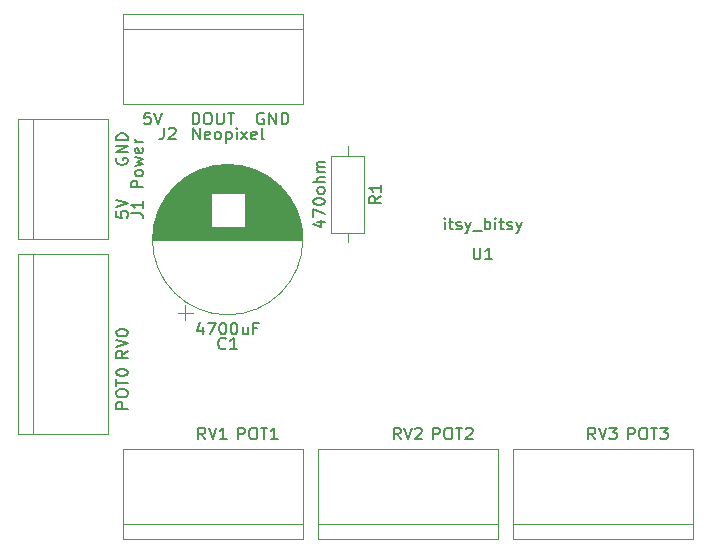
<source format=gbr>
G04 #@! TF.GenerationSoftware,KiCad,Pcbnew,(5.1.9)-1*
G04 #@! TF.CreationDate,2021-02-19T15:38:56-08:00*
G04 #@! TF.ProjectId,desklamp,6465736b-6c61-46d7-902e-6b696361645f,rev?*
G04 #@! TF.SameCoordinates,Original*
G04 #@! TF.FileFunction,Legend,Top*
G04 #@! TF.FilePolarity,Positive*
%FSLAX46Y46*%
G04 Gerber Fmt 4.6, Leading zero omitted, Abs format (unit mm)*
G04 Created by KiCad (PCBNEW (5.1.9)-1) date 2021-02-19 15:38:56*
%MOMM*%
%LPD*%
G01*
G04 APERTURE LIST*
%ADD10C,0.120000*%
%ADD11C,0.150000*%
G04 APERTURE END LIST*
D10*
X151130000Y-78740000D02*
X151130000Y-88900000D01*
X158750000Y-78740000D02*
X151130000Y-78740000D01*
X158750000Y-88900000D02*
X158750000Y-78740000D01*
X151130000Y-88900000D02*
X158750000Y-88900000D01*
X152400000Y-88900000D02*
X152400000Y-78740000D01*
X164710000Y-95132082D02*
X165960000Y-95132082D01*
X165335000Y-95757082D02*
X165335000Y-94507082D01*
X168593000Y-82579000D02*
X169227000Y-82579000D01*
X168153000Y-82619000D02*
X169667000Y-82619000D01*
X167882000Y-82659000D02*
X169938000Y-82659000D01*
X167669000Y-82699000D02*
X170151000Y-82699000D01*
X167488000Y-82739000D02*
X170332000Y-82739000D01*
X167327000Y-82779000D02*
X170493000Y-82779000D01*
X167182000Y-82819000D02*
X170638000Y-82819000D01*
X167049000Y-82859000D02*
X170771000Y-82859000D01*
X166926000Y-82899000D02*
X170894000Y-82899000D01*
X166810000Y-82939000D02*
X171010000Y-82939000D01*
X166701000Y-82979000D02*
X171119000Y-82979000D01*
X166598000Y-83019000D02*
X171222000Y-83019000D01*
X166500000Y-83059000D02*
X171320000Y-83059000D01*
X166406000Y-83099000D02*
X171414000Y-83099000D01*
X166316000Y-83139000D02*
X171504000Y-83139000D01*
X166229000Y-83179000D02*
X171591000Y-83179000D01*
X166146000Y-83219000D02*
X171674000Y-83219000D01*
X166066000Y-83259000D02*
X171754000Y-83259000D01*
X165989000Y-83299000D02*
X171831000Y-83299000D01*
X165914000Y-83339000D02*
X171906000Y-83339000D01*
X165841000Y-83379000D02*
X171979000Y-83379000D01*
X165770000Y-83419000D02*
X172050000Y-83419000D01*
X165702000Y-83459000D02*
X172118000Y-83459000D01*
X165635000Y-83499000D02*
X172185000Y-83499000D01*
X165571000Y-83539000D02*
X172249000Y-83539000D01*
X165508000Y-83579000D02*
X172312000Y-83579000D01*
X165446000Y-83619000D02*
X172374000Y-83619000D01*
X165386000Y-83659000D02*
X172434000Y-83659000D01*
X165327000Y-83699000D02*
X172493000Y-83699000D01*
X165270000Y-83739000D02*
X172550000Y-83739000D01*
X165214000Y-83779000D02*
X172606000Y-83779000D01*
X165160000Y-83819000D02*
X172660000Y-83819000D01*
X165106000Y-83859000D02*
X172714000Y-83859000D01*
X165054000Y-83899000D02*
X172766000Y-83899000D01*
X165003000Y-83939000D02*
X172817000Y-83939000D01*
X164953000Y-83979000D02*
X172867000Y-83979000D01*
X164903000Y-84019000D02*
X172917000Y-84019000D01*
X164855000Y-84059000D02*
X172965000Y-84059000D01*
X164808000Y-84099000D02*
X173012000Y-84099000D01*
X164762000Y-84139000D02*
X173058000Y-84139000D01*
X164716000Y-84179000D02*
X173104000Y-84179000D01*
X164672000Y-84219000D02*
X173148000Y-84219000D01*
X164628000Y-84259000D02*
X173192000Y-84259000D01*
X164585000Y-84299000D02*
X173235000Y-84299000D01*
X164543000Y-84339000D02*
X173277000Y-84339000D01*
X164502000Y-84379000D02*
X173318000Y-84379000D01*
X164461000Y-84419000D02*
X173359000Y-84419000D01*
X164421000Y-84459000D02*
X173399000Y-84459000D01*
X164382000Y-84499000D02*
X173438000Y-84499000D01*
X164343000Y-84539000D02*
X173477000Y-84539000D01*
X164305000Y-84579000D02*
X173515000Y-84579000D01*
X164268000Y-84619000D02*
X173552000Y-84619000D01*
X164232000Y-84659000D02*
X173588000Y-84659000D01*
X164196000Y-84699000D02*
X173624000Y-84699000D01*
X164160000Y-84739000D02*
X173660000Y-84739000D01*
X164125000Y-84779000D02*
X173695000Y-84779000D01*
X164091000Y-84819000D02*
X173729000Y-84819000D01*
X164058000Y-84859000D02*
X173762000Y-84859000D01*
X164025000Y-84899000D02*
X173795000Y-84899000D01*
X163992000Y-84939000D02*
X173828000Y-84939000D01*
X163960000Y-84979000D02*
X173860000Y-84979000D01*
X170350000Y-85019000D02*
X173892000Y-85019000D01*
X163928000Y-85019000D02*
X167470000Y-85019000D01*
X170350000Y-85059000D02*
X173922000Y-85059000D01*
X163898000Y-85059000D02*
X167470000Y-85059000D01*
X170350000Y-85099000D02*
X173953000Y-85099000D01*
X163867000Y-85099000D02*
X167470000Y-85099000D01*
X170350000Y-85139000D02*
X173983000Y-85139000D01*
X163837000Y-85139000D02*
X167470000Y-85139000D01*
X170350000Y-85179000D02*
X174012000Y-85179000D01*
X163808000Y-85179000D02*
X167470000Y-85179000D01*
X170350000Y-85219000D02*
X174041000Y-85219000D01*
X163779000Y-85219000D02*
X167470000Y-85219000D01*
X170350000Y-85259000D02*
X174070000Y-85259000D01*
X163750000Y-85259000D02*
X167470000Y-85259000D01*
X170350000Y-85299000D02*
X174098000Y-85299000D01*
X163722000Y-85299000D02*
X167470000Y-85299000D01*
X170350000Y-85339000D02*
X174126000Y-85339000D01*
X163694000Y-85339000D02*
X167470000Y-85339000D01*
X170350000Y-85379000D02*
X174153000Y-85379000D01*
X163667000Y-85379000D02*
X167470000Y-85379000D01*
X170350000Y-85419000D02*
X174180000Y-85419000D01*
X163640000Y-85419000D02*
X167470000Y-85419000D01*
X170350000Y-85459000D02*
X174206000Y-85459000D01*
X163614000Y-85459000D02*
X167470000Y-85459000D01*
X170350000Y-85499000D02*
X174232000Y-85499000D01*
X163588000Y-85499000D02*
X167470000Y-85499000D01*
X170350000Y-85539000D02*
X174257000Y-85539000D01*
X163563000Y-85539000D02*
X167470000Y-85539000D01*
X170350000Y-85579000D02*
X174282000Y-85579000D01*
X163538000Y-85579000D02*
X167470000Y-85579000D01*
X170350000Y-85619000D02*
X174307000Y-85619000D01*
X163513000Y-85619000D02*
X167470000Y-85619000D01*
X170350000Y-85659000D02*
X174331000Y-85659000D01*
X163489000Y-85659000D02*
X167470000Y-85659000D01*
X170350000Y-85699000D02*
X174355000Y-85699000D01*
X163465000Y-85699000D02*
X167470000Y-85699000D01*
X170350000Y-85739000D02*
X174378000Y-85739000D01*
X163442000Y-85739000D02*
X167470000Y-85739000D01*
X170350000Y-85779000D02*
X174401000Y-85779000D01*
X163419000Y-85779000D02*
X167470000Y-85779000D01*
X170350000Y-85819000D02*
X174424000Y-85819000D01*
X163396000Y-85819000D02*
X167470000Y-85819000D01*
X170350000Y-85859000D02*
X174446000Y-85859000D01*
X163374000Y-85859000D02*
X167470000Y-85859000D01*
X170350000Y-85899000D02*
X174468000Y-85899000D01*
X163352000Y-85899000D02*
X167470000Y-85899000D01*
X170350000Y-85939000D02*
X174490000Y-85939000D01*
X163330000Y-85939000D02*
X167470000Y-85939000D01*
X170350000Y-85979000D02*
X174511000Y-85979000D01*
X163309000Y-85979000D02*
X167470000Y-85979000D01*
X170350000Y-86019000D02*
X174532000Y-86019000D01*
X163288000Y-86019000D02*
X167470000Y-86019000D01*
X170350000Y-86059000D02*
X174552000Y-86059000D01*
X163268000Y-86059000D02*
X167470000Y-86059000D01*
X170350000Y-86099000D02*
X174572000Y-86099000D01*
X163248000Y-86099000D02*
X167470000Y-86099000D01*
X170350000Y-86139000D02*
X174592000Y-86139000D01*
X163228000Y-86139000D02*
X167470000Y-86139000D01*
X170350000Y-86179000D02*
X174612000Y-86179000D01*
X163208000Y-86179000D02*
X167470000Y-86179000D01*
X170350000Y-86219000D02*
X174631000Y-86219000D01*
X163189000Y-86219000D02*
X167470000Y-86219000D01*
X170350000Y-86259000D02*
X174649000Y-86259000D01*
X163171000Y-86259000D02*
X167470000Y-86259000D01*
X170350000Y-86299000D02*
X174668000Y-86299000D01*
X163152000Y-86299000D02*
X167470000Y-86299000D01*
X170350000Y-86339000D02*
X174686000Y-86339000D01*
X163134000Y-86339000D02*
X167470000Y-86339000D01*
X170350000Y-86379000D02*
X174703000Y-86379000D01*
X163117000Y-86379000D02*
X167470000Y-86379000D01*
X170350000Y-86419000D02*
X174721000Y-86419000D01*
X163099000Y-86419000D02*
X167470000Y-86419000D01*
X170350000Y-86459000D02*
X174738000Y-86459000D01*
X163082000Y-86459000D02*
X167470000Y-86459000D01*
X170350000Y-86499000D02*
X174755000Y-86499000D01*
X163065000Y-86499000D02*
X167470000Y-86499000D01*
X170350000Y-86539000D02*
X174771000Y-86539000D01*
X163049000Y-86539000D02*
X167470000Y-86539000D01*
X170350000Y-86579000D02*
X174787000Y-86579000D01*
X163033000Y-86579000D02*
X167470000Y-86579000D01*
X170350000Y-86619000D02*
X174803000Y-86619000D01*
X163017000Y-86619000D02*
X167470000Y-86619000D01*
X170350000Y-86659000D02*
X174818000Y-86659000D01*
X163002000Y-86659000D02*
X167470000Y-86659000D01*
X170350000Y-86699000D02*
X174834000Y-86699000D01*
X162986000Y-86699000D02*
X167470000Y-86699000D01*
X170350000Y-86739000D02*
X174849000Y-86739000D01*
X162971000Y-86739000D02*
X167470000Y-86739000D01*
X170350000Y-86779000D02*
X174863000Y-86779000D01*
X162957000Y-86779000D02*
X167470000Y-86779000D01*
X170350000Y-86819000D02*
X174877000Y-86819000D01*
X162943000Y-86819000D02*
X167470000Y-86819000D01*
X170350000Y-86859000D02*
X174891000Y-86859000D01*
X162929000Y-86859000D02*
X167470000Y-86859000D01*
X170350000Y-86899000D02*
X174905000Y-86899000D01*
X162915000Y-86899000D02*
X167470000Y-86899000D01*
X170350000Y-86939000D02*
X174918000Y-86939000D01*
X162902000Y-86939000D02*
X167470000Y-86939000D01*
X170350000Y-86979000D02*
X174931000Y-86979000D01*
X162889000Y-86979000D02*
X167470000Y-86979000D01*
X170350000Y-87019000D02*
X174944000Y-87019000D01*
X162876000Y-87019000D02*
X167470000Y-87019000D01*
X170350000Y-87059000D02*
X174957000Y-87059000D01*
X162863000Y-87059000D02*
X167470000Y-87059000D01*
X170350000Y-87099000D02*
X174969000Y-87099000D01*
X162851000Y-87099000D02*
X167470000Y-87099000D01*
X170350000Y-87139000D02*
X174981000Y-87139000D01*
X162839000Y-87139000D02*
X167470000Y-87139000D01*
X170350000Y-87179000D02*
X174993000Y-87179000D01*
X162827000Y-87179000D02*
X167470000Y-87179000D01*
X170350000Y-87219000D02*
X175004000Y-87219000D01*
X162816000Y-87219000D02*
X167470000Y-87219000D01*
X170350000Y-87259000D02*
X175015000Y-87259000D01*
X162805000Y-87259000D02*
X167470000Y-87259000D01*
X170350000Y-87299000D02*
X175026000Y-87299000D01*
X162794000Y-87299000D02*
X167470000Y-87299000D01*
X170350000Y-87339000D02*
X175036000Y-87339000D01*
X162784000Y-87339000D02*
X167470000Y-87339000D01*
X170350000Y-87379000D02*
X175047000Y-87379000D01*
X162773000Y-87379000D02*
X167470000Y-87379000D01*
X170350000Y-87419000D02*
X175056000Y-87419000D01*
X162764000Y-87419000D02*
X167470000Y-87419000D01*
X170350000Y-87459000D02*
X175066000Y-87459000D01*
X162754000Y-87459000D02*
X167470000Y-87459000D01*
X170350000Y-87499000D02*
X175076000Y-87499000D01*
X162744000Y-87499000D02*
X167470000Y-87499000D01*
X170350000Y-87539000D02*
X175085000Y-87539000D01*
X162735000Y-87539000D02*
X167470000Y-87539000D01*
X170350000Y-87579000D02*
X175094000Y-87579000D01*
X162726000Y-87579000D02*
X167470000Y-87579000D01*
X170350000Y-87619000D02*
X175102000Y-87619000D01*
X162718000Y-87619000D02*
X167470000Y-87619000D01*
X170350000Y-87659000D02*
X175111000Y-87659000D01*
X162709000Y-87659000D02*
X167470000Y-87659000D01*
X170350000Y-87699000D02*
X175119000Y-87699000D01*
X162701000Y-87699000D02*
X167470000Y-87699000D01*
X170350000Y-87739000D02*
X175126000Y-87739000D01*
X162694000Y-87739000D02*
X167470000Y-87739000D01*
X170350000Y-87779000D02*
X175134000Y-87779000D01*
X162686000Y-87779000D02*
X167470000Y-87779000D01*
X170350000Y-87819000D02*
X175141000Y-87819000D01*
X162679000Y-87819000D02*
X167470000Y-87819000D01*
X170350000Y-87859000D02*
X175148000Y-87859000D01*
X162672000Y-87859000D02*
X167470000Y-87859000D01*
X162665000Y-87899000D02*
X175155000Y-87899000D01*
X162658000Y-87939000D02*
X175162000Y-87939000D01*
X162652000Y-87979000D02*
X175168000Y-87979000D01*
X162646000Y-88019000D02*
X175174000Y-88019000D01*
X162641000Y-88059000D02*
X175179000Y-88059000D01*
X162635000Y-88099000D02*
X175185000Y-88099000D01*
X162630000Y-88139000D02*
X175190000Y-88139000D01*
X162625000Y-88179000D02*
X175195000Y-88179000D01*
X162620000Y-88219000D02*
X175200000Y-88219000D01*
X162616000Y-88260000D02*
X175204000Y-88260000D01*
X162612000Y-88300000D02*
X175208000Y-88300000D01*
X162608000Y-88340000D02*
X175212000Y-88340000D01*
X162604000Y-88380000D02*
X175216000Y-88380000D01*
X162601000Y-88420000D02*
X175219000Y-88420000D01*
X162598000Y-88460000D02*
X175222000Y-88460000D01*
X162595000Y-88500000D02*
X175225000Y-88500000D01*
X162592000Y-88540000D02*
X175228000Y-88540000D01*
X162590000Y-88580000D02*
X175230000Y-88580000D01*
X162588000Y-88620000D02*
X175232000Y-88620000D01*
X162586000Y-88660000D02*
X175234000Y-88660000D01*
X162584000Y-88700000D02*
X175236000Y-88700000D01*
X162583000Y-88740000D02*
X175237000Y-88740000D01*
X162582000Y-88780000D02*
X175238000Y-88780000D01*
X162581000Y-88820000D02*
X175239000Y-88820000D01*
X162580000Y-88860000D02*
X175240000Y-88860000D01*
X162580000Y-88900000D02*
X175240000Y-88900000D01*
X162580000Y-88940000D02*
X175240000Y-88940000D01*
X175280000Y-88940000D02*
G75*
G03*
X175280000Y-88940000I-6370000J0D01*
G01*
X175260000Y-69850000D02*
X160020000Y-69850000D01*
X175260000Y-77470000D02*
X160020000Y-77470000D01*
X175260000Y-71120000D02*
X160020000Y-71120000D01*
X160020000Y-69850000D02*
X160020000Y-77470000D01*
X175260000Y-69850000D02*
X175260000Y-77470000D01*
X176530000Y-114300000D02*
X191770000Y-114300000D01*
X176530000Y-106680000D02*
X191770000Y-106680000D01*
X176530000Y-113030000D02*
X191770000Y-113030000D01*
X191770000Y-114300000D02*
X191770000Y-106680000D01*
X176530000Y-114300000D02*
X176530000Y-106680000D01*
X179070000Y-89130000D02*
X179070000Y-88360000D01*
X179070000Y-81050000D02*
X179070000Y-81820000D01*
X180440000Y-88360000D02*
X180440000Y-81820000D01*
X177700000Y-88360000D02*
X180440000Y-88360000D01*
X177700000Y-81820000D02*
X177700000Y-88360000D01*
X180440000Y-81820000D02*
X177700000Y-81820000D01*
X151130000Y-90170000D02*
X151130000Y-105410000D01*
X158750000Y-90170000D02*
X158750000Y-105410000D01*
X152400000Y-90170000D02*
X152400000Y-105410000D01*
X151130000Y-105410000D02*
X158750000Y-105410000D01*
X151130000Y-90170000D02*
X158750000Y-90170000D01*
X193040000Y-114300000D02*
X193040000Y-106680000D01*
X208280000Y-114300000D02*
X208280000Y-106680000D01*
X193040000Y-113030000D02*
X208280000Y-113030000D01*
X193040000Y-106680000D02*
X208280000Y-106680000D01*
X193040000Y-114300000D02*
X208280000Y-114300000D01*
X160020000Y-114300000D02*
X160020000Y-106680000D01*
X175260000Y-114300000D02*
X175260000Y-106680000D01*
X160020000Y-113030000D02*
X175260000Y-113030000D01*
X160020000Y-106680000D02*
X175260000Y-106680000D01*
X160020000Y-114300000D02*
X175260000Y-114300000D01*
D11*
X160742380Y-86693333D02*
X161456666Y-86693333D01*
X161599523Y-86740952D01*
X161694761Y-86836190D01*
X161742380Y-86979047D01*
X161742380Y-87074285D01*
X161742380Y-85693333D02*
X161742380Y-86264761D01*
X161742380Y-85979047D02*
X160742380Y-85979047D01*
X160885238Y-86074285D01*
X160980476Y-86169523D01*
X161028095Y-86264761D01*
X161742380Y-84526190D02*
X160742380Y-84526190D01*
X160742380Y-84145238D01*
X160790000Y-84050000D01*
X160837619Y-84002380D01*
X160932857Y-83954761D01*
X161075714Y-83954761D01*
X161170952Y-84002380D01*
X161218571Y-84050000D01*
X161266190Y-84145238D01*
X161266190Y-84526190D01*
X161742380Y-83383333D02*
X161694761Y-83478571D01*
X161647142Y-83526190D01*
X161551904Y-83573809D01*
X161266190Y-83573809D01*
X161170952Y-83526190D01*
X161123333Y-83478571D01*
X161075714Y-83383333D01*
X161075714Y-83240476D01*
X161123333Y-83145238D01*
X161170952Y-83097619D01*
X161266190Y-83050000D01*
X161551904Y-83050000D01*
X161647142Y-83097619D01*
X161694761Y-83145238D01*
X161742380Y-83240476D01*
X161742380Y-83383333D01*
X161075714Y-82716666D02*
X161742380Y-82526190D01*
X161266190Y-82335714D01*
X161742380Y-82145238D01*
X161075714Y-81954761D01*
X161694761Y-81192857D02*
X161742380Y-81288095D01*
X161742380Y-81478571D01*
X161694761Y-81573809D01*
X161599523Y-81621428D01*
X161218571Y-81621428D01*
X161123333Y-81573809D01*
X161075714Y-81478571D01*
X161075714Y-81288095D01*
X161123333Y-81192857D01*
X161218571Y-81145238D01*
X161313809Y-81145238D01*
X161409047Y-81621428D01*
X161742380Y-80716666D02*
X161075714Y-80716666D01*
X161266190Y-80716666D02*
X161170952Y-80669047D01*
X161123333Y-80621428D01*
X161075714Y-80526190D01*
X161075714Y-80430952D01*
X159520000Y-82041904D02*
X159472380Y-82137142D01*
X159472380Y-82280000D01*
X159520000Y-82422857D01*
X159615238Y-82518095D01*
X159710476Y-82565714D01*
X159900952Y-82613333D01*
X160043809Y-82613333D01*
X160234285Y-82565714D01*
X160329523Y-82518095D01*
X160424761Y-82422857D01*
X160472380Y-82280000D01*
X160472380Y-82184761D01*
X160424761Y-82041904D01*
X160377142Y-81994285D01*
X160043809Y-81994285D01*
X160043809Y-82184761D01*
X160472380Y-81565714D02*
X159472380Y-81565714D01*
X160472380Y-80994285D01*
X159472380Y-80994285D01*
X160472380Y-80518095D02*
X159472380Y-80518095D01*
X159472380Y-80280000D01*
X159520000Y-80137142D01*
X159615238Y-80041904D01*
X159710476Y-79994285D01*
X159900952Y-79946666D01*
X160043809Y-79946666D01*
X160234285Y-79994285D01*
X160329523Y-80041904D01*
X160424761Y-80137142D01*
X160472380Y-80280000D01*
X160472380Y-80518095D01*
X159472380Y-86550476D02*
X159472380Y-87026666D01*
X159948571Y-87074285D01*
X159900952Y-87026666D01*
X159853333Y-86931428D01*
X159853333Y-86693333D01*
X159900952Y-86598095D01*
X159948571Y-86550476D01*
X160043809Y-86502857D01*
X160281904Y-86502857D01*
X160377142Y-86550476D01*
X160424761Y-86598095D01*
X160472380Y-86693333D01*
X160472380Y-86931428D01*
X160424761Y-87026666D01*
X160377142Y-87074285D01*
X159472380Y-86217142D02*
X160472380Y-85883809D01*
X159472380Y-85550476D01*
X168743333Y-98147142D02*
X168695714Y-98194761D01*
X168552857Y-98242380D01*
X168457619Y-98242380D01*
X168314761Y-98194761D01*
X168219523Y-98099523D01*
X168171904Y-98004285D01*
X168124285Y-97813809D01*
X168124285Y-97670952D01*
X168171904Y-97480476D01*
X168219523Y-97385238D01*
X168314761Y-97290000D01*
X168457619Y-97242380D01*
X168552857Y-97242380D01*
X168695714Y-97290000D01*
X168743333Y-97337619D01*
X169695714Y-98242380D02*
X169124285Y-98242380D01*
X169410000Y-98242380D02*
X169410000Y-97242380D01*
X169314761Y-97385238D01*
X169219523Y-97480476D01*
X169124285Y-97528095D01*
X166790952Y-96305714D02*
X166790952Y-96972380D01*
X166552857Y-95924761D02*
X166314761Y-96639047D01*
X166933809Y-96639047D01*
X167219523Y-95972380D02*
X167886190Y-95972380D01*
X167457619Y-96972380D01*
X168457619Y-95972380D02*
X168552857Y-95972380D01*
X168648095Y-96020000D01*
X168695714Y-96067619D01*
X168743333Y-96162857D01*
X168790952Y-96353333D01*
X168790952Y-96591428D01*
X168743333Y-96781904D01*
X168695714Y-96877142D01*
X168648095Y-96924761D01*
X168552857Y-96972380D01*
X168457619Y-96972380D01*
X168362380Y-96924761D01*
X168314761Y-96877142D01*
X168267142Y-96781904D01*
X168219523Y-96591428D01*
X168219523Y-96353333D01*
X168267142Y-96162857D01*
X168314761Y-96067619D01*
X168362380Y-96020000D01*
X168457619Y-95972380D01*
X169410000Y-95972380D02*
X169505238Y-95972380D01*
X169600476Y-96020000D01*
X169648095Y-96067619D01*
X169695714Y-96162857D01*
X169743333Y-96353333D01*
X169743333Y-96591428D01*
X169695714Y-96781904D01*
X169648095Y-96877142D01*
X169600476Y-96924761D01*
X169505238Y-96972380D01*
X169410000Y-96972380D01*
X169314761Y-96924761D01*
X169267142Y-96877142D01*
X169219523Y-96781904D01*
X169171904Y-96591428D01*
X169171904Y-96353333D01*
X169219523Y-96162857D01*
X169267142Y-96067619D01*
X169314761Y-96020000D01*
X169410000Y-95972380D01*
X170600476Y-96305714D02*
X170600476Y-96972380D01*
X170171904Y-96305714D02*
X170171904Y-96829523D01*
X170219523Y-96924761D01*
X170314761Y-96972380D01*
X170457619Y-96972380D01*
X170552857Y-96924761D01*
X170600476Y-96877142D01*
X171410000Y-96448571D02*
X171076666Y-96448571D01*
X171076666Y-96972380D02*
X171076666Y-95972380D01*
X171552857Y-95972380D01*
X163496666Y-79462380D02*
X163496666Y-80176666D01*
X163449047Y-80319523D01*
X163353809Y-80414761D01*
X163210952Y-80462380D01*
X163115714Y-80462380D01*
X163925238Y-79557619D02*
X163972857Y-79510000D01*
X164068095Y-79462380D01*
X164306190Y-79462380D01*
X164401428Y-79510000D01*
X164449047Y-79557619D01*
X164496666Y-79652857D01*
X164496666Y-79748095D01*
X164449047Y-79890952D01*
X163877619Y-80462380D01*
X164496666Y-80462380D01*
X165957619Y-80462380D02*
X165957619Y-79462380D01*
X166529047Y-80462380D01*
X166529047Y-79462380D01*
X167386190Y-80414761D02*
X167290952Y-80462380D01*
X167100476Y-80462380D01*
X167005238Y-80414761D01*
X166957619Y-80319523D01*
X166957619Y-79938571D01*
X167005238Y-79843333D01*
X167100476Y-79795714D01*
X167290952Y-79795714D01*
X167386190Y-79843333D01*
X167433809Y-79938571D01*
X167433809Y-80033809D01*
X166957619Y-80129047D01*
X168005238Y-80462380D02*
X167910000Y-80414761D01*
X167862380Y-80367142D01*
X167814761Y-80271904D01*
X167814761Y-79986190D01*
X167862380Y-79890952D01*
X167910000Y-79843333D01*
X168005238Y-79795714D01*
X168148095Y-79795714D01*
X168243333Y-79843333D01*
X168290952Y-79890952D01*
X168338571Y-79986190D01*
X168338571Y-80271904D01*
X168290952Y-80367142D01*
X168243333Y-80414761D01*
X168148095Y-80462380D01*
X168005238Y-80462380D01*
X168767142Y-79795714D02*
X168767142Y-80795714D01*
X168767142Y-79843333D02*
X168862380Y-79795714D01*
X169052857Y-79795714D01*
X169148095Y-79843333D01*
X169195714Y-79890952D01*
X169243333Y-79986190D01*
X169243333Y-80271904D01*
X169195714Y-80367142D01*
X169148095Y-80414761D01*
X169052857Y-80462380D01*
X168862380Y-80462380D01*
X168767142Y-80414761D01*
X169671904Y-80462380D02*
X169671904Y-79795714D01*
X169671904Y-79462380D02*
X169624285Y-79510000D01*
X169671904Y-79557619D01*
X169719523Y-79510000D01*
X169671904Y-79462380D01*
X169671904Y-79557619D01*
X170052857Y-80462380D02*
X170576666Y-79795714D01*
X170052857Y-79795714D02*
X170576666Y-80462380D01*
X171338571Y-80414761D02*
X171243333Y-80462380D01*
X171052857Y-80462380D01*
X170957619Y-80414761D01*
X170910000Y-80319523D01*
X170910000Y-79938571D01*
X170957619Y-79843333D01*
X171052857Y-79795714D01*
X171243333Y-79795714D01*
X171338571Y-79843333D01*
X171386190Y-79938571D01*
X171386190Y-80033809D01*
X170910000Y-80129047D01*
X171957619Y-80462380D02*
X171862380Y-80414761D01*
X171814761Y-80319523D01*
X171814761Y-79462380D01*
X171958095Y-78240000D02*
X171862857Y-78192380D01*
X171720000Y-78192380D01*
X171577142Y-78240000D01*
X171481904Y-78335238D01*
X171434285Y-78430476D01*
X171386666Y-78620952D01*
X171386666Y-78763809D01*
X171434285Y-78954285D01*
X171481904Y-79049523D01*
X171577142Y-79144761D01*
X171720000Y-79192380D01*
X171815238Y-79192380D01*
X171958095Y-79144761D01*
X172005714Y-79097142D01*
X172005714Y-78763809D01*
X171815238Y-78763809D01*
X172434285Y-79192380D02*
X172434285Y-78192380D01*
X173005714Y-79192380D01*
X173005714Y-78192380D01*
X173481904Y-79192380D02*
X173481904Y-78192380D01*
X173720000Y-78192380D01*
X173862857Y-78240000D01*
X173958095Y-78335238D01*
X174005714Y-78430476D01*
X174053333Y-78620952D01*
X174053333Y-78763809D01*
X174005714Y-78954285D01*
X173958095Y-79049523D01*
X173862857Y-79144761D01*
X173720000Y-79192380D01*
X173481904Y-79192380D01*
X165949523Y-79192380D02*
X165949523Y-78192380D01*
X166187619Y-78192380D01*
X166330476Y-78240000D01*
X166425714Y-78335238D01*
X166473333Y-78430476D01*
X166520952Y-78620952D01*
X166520952Y-78763809D01*
X166473333Y-78954285D01*
X166425714Y-79049523D01*
X166330476Y-79144761D01*
X166187619Y-79192380D01*
X165949523Y-79192380D01*
X167140000Y-78192380D02*
X167330476Y-78192380D01*
X167425714Y-78240000D01*
X167520952Y-78335238D01*
X167568571Y-78525714D01*
X167568571Y-78859047D01*
X167520952Y-79049523D01*
X167425714Y-79144761D01*
X167330476Y-79192380D01*
X167140000Y-79192380D01*
X167044761Y-79144761D01*
X166949523Y-79049523D01*
X166901904Y-78859047D01*
X166901904Y-78525714D01*
X166949523Y-78335238D01*
X167044761Y-78240000D01*
X167140000Y-78192380D01*
X167997142Y-78192380D02*
X167997142Y-79001904D01*
X168044761Y-79097142D01*
X168092380Y-79144761D01*
X168187619Y-79192380D01*
X168378095Y-79192380D01*
X168473333Y-79144761D01*
X168520952Y-79097142D01*
X168568571Y-79001904D01*
X168568571Y-78192380D01*
X168901904Y-78192380D02*
X169473333Y-78192380D01*
X169187619Y-79192380D02*
X169187619Y-78192380D01*
X162369523Y-78192380D02*
X161893333Y-78192380D01*
X161845714Y-78668571D01*
X161893333Y-78620952D01*
X161988571Y-78573333D01*
X162226666Y-78573333D01*
X162321904Y-78620952D01*
X162369523Y-78668571D01*
X162417142Y-78763809D01*
X162417142Y-79001904D01*
X162369523Y-79097142D01*
X162321904Y-79144761D01*
X162226666Y-79192380D01*
X161988571Y-79192380D01*
X161893333Y-79144761D01*
X161845714Y-79097142D01*
X162702857Y-78192380D02*
X163036190Y-79192380D01*
X163369523Y-78192380D01*
X183554761Y-105862380D02*
X183221428Y-105386190D01*
X182983333Y-105862380D02*
X182983333Y-104862380D01*
X183364285Y-104862380D01*
X183459523Y-104910000D01*
X183507142Y-104957619D01*
X183554761Y-105052857D01*
X183554761Y-105195714D01*
X183507142Y-105290952D01*
X183459523Y-105338571D01*
X183364285Y-105386190D01*
X182983333Y-105386190D01*
X183840476Y-104862380D02*
X184173809Y-105862380D01*
X184507142Y-104862380D01*
X184792857Y-104957619D02*
X184840476Y-104910000D01*
X184935714Y-104862380D01*
X185173809Y-104862380D01*
X185269047Y-104910000D01*
X185316666Y-104957619D01*
X185364285Y-105052857D01*
X185364285Y-105148095D01*
X185316666Y-105290952D01*
X184745238Y-105862380D01*
X185364285Y-105862380D01*
X186317142Y-105862380D02*
X186317142Y-104862380D01*
X186698095Y-104862380D01*
X186793333Y-104910000D01*
X186840952Y-104957619D01*
X186888571Y-105052857D01*
X186888571Y-105195714D01*
X186840952Y-105290952D01*
X186793333Y-105338571D01*
X186698095Y-105386190D01*
X186317142Y-105386190D01*
X187507619Y-104862380D02*
X187698095Y-104862380D01*
X187793333Y-104910000D01*
X187888571Y-105005238D01*
X187936190Y-105195714D01*
X187936190Y-105529047D01*
X187888571Y-105719523D01*
X187793333Y-105814761D01*
X187698095Y-105862380D01*
X187507619Y-105862380D01*
X187412380Y-105814761D01*
X187317142Y-105719523D01*
X187269523Y-105529047D01*
X187269523Y-105195714D01*
X187317142Y-105005238D01*
X187412380Y-104910000D01*
X187507619Y-104862380D01*
X188221904Y-104862380D02*
X188793333Y-104862380D01*
X188507619Y-105862380D02*
X188507619Y-104862380D01*
X189079047Y-104957619D02*
X189126666Y-104910000D01*
X189221904Y-104862380D01*
X189460000Y-104862380D01*
X189555238Y-104910000D01*
X189602857Y-104957619D01*
X189650476Y-105052857D01*
X189650476Y-105148095D01*
X189602857Y-105290952D01*
X189031428Y-105862380D01*
X189650476Y-105862380D01*
X181892380Y-85256666D02*
X181416190Y-85590000D01*
X181892380Y-85828095D02*
X180892380Y-85828095D01*
X180892380Y-85447142D01*
X180940000Y-85351904D01*
X180987619Y-85304285D01*
X181082857Y-85256666D01*
X181225714Y-85256666D01*
X181320952Y-85304285D01*
X181368571Y-85351904D01*
X181416190Y-85447142D01*
X181416190Y-85828095D01*
X181892380Y-84304285D02*
X181892380Y-84875714D01*
X181892380Y-84590000D02*
X180892380Y-84590000D01*
X181035238Y-84685238D01*
X181130476Y-84780476D01*
X181178095Y-84875714D01*
X176485714Y-87423333D02*
X177152380Y-87423333D01*
X176104761Y-87661428D02*
X176819047Y-87899523D01*
X176819047Y-87280476D01*
X176152380Y-86994761D02*
X176152380Y-86328095D01*
X177152380Y-86756666D01*
X176152380Y-85756666D02*
X176152380Y-85661428D01*
X176200000Y-85566190D01*
X176247619Y-85518571D01*
X176342857Y-85470952D01*
X176533333Y-85423333D01*
X176771428Y-85423333D01*
X176961904Y-85470952D01*
X177057142Y-85518571D01*
X177104761Y-85566190D01*
X177152380Y-85661428D01*
X177152380Y-85756666D01*
X177104761Y-85851904D01*
X177057142Y-85899523D01*
X176961904Y-85947142D01*
X176771428Y-85994761D01*
X176533333Y-85994761D01*
X176342857Y-85947142D01*
X176247619Y-85899523D01*
X176200000Y-85851904D01*
X176152380Y-85756666D01*
X177152380Y-84851904D02*
X177104761Y-84947142D01*
X177057142Y-84994761D01*
X176961904Y-85042380D01*
X176676190Y-85042380D01*
X176580952Y-84994761D01*
X176533333Y-84947142D01*
X176485714Y-84851904D01*
X176485714Y-84709047D01*
X176533333Y-84613809D01*
X176580952Y-84566190D01*
X176676190Y-84518571D01*
X176961904Y-84518571D01*
X177057142Y-84566190D01*
X177104761Y-84613809D01*
X177152380Y-84709047D01*
X177152380Y-84851904D01*
X177152380Y-84090000D02*
X176152380Y-84090000D01*
X177152380Y-83661428D02*
X176628571Y-83661428D01*
X176533333Y-83709047D01*
X176485714Y-83804285D01*
X176485714Y-83947142D01*
X176533333Y-84042380D01*
X176580952Y-84090000D01*
X177152380Y-83185238D02*
X176485714Y-83185238D01*
X176580952Y-83185238D02*
X176533333Y-83137619D01*
X176485714Y-83042380D01*
X176485714Y-82899523D01*
X176533333Y-82804285D01*
X176628571Y-82756666D01*
X177152380Y-82756666D01*
X176628571Y-82756666D02*
X176533333Y-82709047D01*
X176485714Y-82613809D01*
X176485714Y-82470952D01*
X176533333Y-82375714D01*
X176628571Y-82328095D01*
X177152380Y-82328095D01*
X160472380Y-98355238D02*
X159996190Y-98688571D01*
X160472380Y-98926666D02*
X159472380Y-98926666D01*
X159472380Y-98545714D01*
X159520000Y-98450476D01*
X159567619Y-98402857D01*
X159662857Y-98355238D01*
X159805714Y-98355238D01*
X159900952Y-98402857D01*
X159948571Y-98450476D01*
X159996190Y-98545714D01*
X159996190Y-98926666D01*
X159472380Y-98069523D02*
X160472380Y-97736190D01*
X159472380Y-97402857D01*
X159472380Y-96879047D02*
X159472380Y-96783809D01*
X159520000Y-96688571D01*
X159567619Y-96640952D01*
X159662857Y-96593333D01*
X159853333Y-96545714D01*
X160091428Y-96545714D01*
X160281904Y-96593333D01*
X160377142Y-96640952D01*
X160424761Y-96688571D01*
X160472380Y-96783809D01*
X160472380Y-96879047D01*
X160424761Y-96974285D01*
X160377142Y-97021904D01*
X160281904Y-97069523D01*
X160091428Y-97117142D01*
X159853333Y-97117142D01*
X159662857Y-97069523D01*
X159567619Y-97021904D01*
X159520000Y-96974285D01*
X159472380Y-96879047D01*
X160472380Y-103242857D02*
X159472380Y-103242857D01*
X159472380Y-102861904D01*
X159520000Y-102766666D01*
X159567619Y-102719047D01*
X159662857Y-102671428D01*
X159805714Y-102671428D01*
X159900952Y-102719047D01*
X159948571Y-102766666D01*
X159996190Y-102861904D01*
X159996190Y-103242857D01*
X159472380Y-102052380D02*
X159472380Y-101861904D01*
X159520000Y-101766666D01*
X159615238Y-101671428D01*
X159805714Y-101623809D01*
X160139047Y-101623809D01*
X160329523Y-101671428D01*
X160424761Y-101766666D01*
X160472380Y-101861904D01*
X160472380Y-102052380D01*
X160424761Y-102147619D01*
X160329523Y-102242857D01*
X160139047Y-102290476D01*
X159805714Y-102290476D01*
X159615238Y-102242857D01*
X159520000Y-102147619D01*
X159472380Y-102052380D01*
X159472380Y-101338095D02*
X159472380Y-100766666D01*
X160472380Y-101052380D02*
X159472380Y-101052380D01*
X159472380Y-100242857D02*
X159472380Y-100147619D01*
X159520000Y-100052380D01*
X159567619Y-100004761D01*
X159662857Y-99957142D01*
X159853333Y-99909523D01*
X160091428Y-99909523D01*
X160281904Y-99957142D01*
X160377142Y-100004761D01*
X160424761Y-100052380D01*
X160472380Y-100147619D01*
X160472380Y-100242857D01*
X160424761Y-100338095D01*
X160377142Y-100385714D01*
X160281904Y-100433333D01*
X160091428Y-100480952D01*
X159853333Y-100480952D01*
X159662857Y-100433333D01*
X159567619Y-100385714D01*
X159520000Y-100338095D01*
X159472380Y-100242857D01*
X200034761Y-105862380D02*
X199701428Y-105386190D01*
X199463333Y-105862380D02*
X199463333Y-104862380D01*
X199844285Y-104862380D01*
X199939523Y-104910000D01*
X199987142Y-104957619D01*
X200034761Y-105052857D01*
X200034761Y-105195714D01*
X199987142Y-105290952D01*
X199939523Y-105338571D01*
X199844285Y-105386190D01*
X199463333Y-105386190D01*
X200320476Y-104862380D02*
X200653809Y-105862380D01*
X200987142Y-104862380D01*
X201225238Y-104862380D02*
X201844285Y-104862380D01*
X201510952Y-105243333D01*
X201653809Y-105243333D01*
X201749047Y-105290952D01*
X201796666Y-105338571D01*
X201844285Y-105433809D01*
X201844285Y-105671904D01*
X201796666Y-105767142D01*
X201749047Y-105814761D01*
X201653809Y-105862380D01*
X201368095Y-105862380D01*
X201272857Y-105814761D01*
X201225238Y-105767142D01*
X202827142Y-105862380D02*
X202827142Y-104862380D01*
X203208095Y-104862380D01*
X203303333Y-104910000D01*
X203350952Y-104957619D01*
X203398571Y-105052857D01*
X203398571Y-105195714D01*
X203350952Y-105290952D01*
X203303333Y-105338571D01*
X203208095Y-105386190D01*
X202827142Y-105386190D01*
X204017619Y-104862380D02*
X204208095Y-104862380D01*
X204303333Y-104910000D01*
X204398571Y-105005238D01*
X204446190Y-105195714D01*
X204446190Y-105529047D01*
X204398571Y-105719523D01*
X204303333Y-105814761D01*
X204208095Y-105862380D01*
X204017619Y-105862380D01*
X203922380Y-105814761D01*
X203827142Y-105719523D01*
X203779523Y-105529047D01*
X203779523Y-105195714D01*
X203827142Y-105005238D01*
X203922380Y-104910000D01*
X204017619Y-104862380D01*
X204731904Y-104862380D02*
X205303333Y-104862380D01*
X205017619Y-105862380D02*
X205017619Y-104862380D01*
X205541428Y-104862380D02*
X206160476Y-104862380D01*
X205827142Y-105243333D01*
X205970000Y-105243333D01*
X206065238Y-105290952D01*
X206112857Y-105338571D01*
X206160476Y-105433809D01*
X206160476Y-105671904D01*
X206112857Y-105767142D01*
X206065238Y-105814761D01*
X205970000Y-105862380D01*
X205684285Y-105862380D01*
X205589047Y-105814761D01*
X205541428Y-105767142D01*
X167014761Y-105862380D02*
X166681428Y-105386190D01*
X166443333Y-105862380D02*
X166443333Y-104862380D01*
X166824285Y-104862380D01*
X166919523Y-104910000D01*
X166967142Y-104957619D01*
X167014761Y-105052857D01*
X167014761Y-105195714D01*
X166967142Y-105290952D01*
X166919523Y-105338571D01*
X166824285Y-105386190D01*
X166443333Y-105386190D01*
X167300476Y-104862380D02*
X167633809Y-105862380D01*
X167967142Y-104862380D01*
X168824285Y-105862380D02*
X168252857Y-105862380D01*
X168538571Y-105862380D02*
X168538571Y-104862380D01*
X168443333Y-105005238D01*
X168348095Y-105100476D01*
X168252857Y-105148095D01*
X169807142Y-105862380D02*
X169807142Y-104862380D01*
X170188095Y-104862380D01*
X170283333Y-104910000D01*
X170330952Y-104957619D01*
X170378571Y-105052857D01*
X170378571Y-105195714D01*
X170330952Y-105290952D01*
X170283333Y-105338571D01*
X170188095Y-105386190D01*
X169807142Y-105386190D01*
X170997619Y-104862380D02*
X171188095Y-104862380D01*
X171283333Y-104910000D01*
X171378571Y-105005238D01*
X171426190Y-105195714D01*
X171426190Y-105529047D01*
X171378571Y-105719523D01*
X171283333Y-105814761D01*
X171188095Y-105862380D01*
X170997619Y-105862380D01*
X170902380Y-105814761D01*
X170807142Y-105719523D01*
X170759523Y-105529047D01*
X170759523Y-105195714D01*
X170807142Y-105005238D01*
X170902380Y-104910000D01*
X170997619Y-104862380D01*
X171711904Y-104862380D02*
X172283333Y-104862380D01*
X171997619Y-105862380D02*
X171997619Y-104862380D01*
X173140476Y-105862380D02*
X172569047Y-105862380D01*
X172854761Y-105862380D02*
X172854761Y-104862380D01*
X172759523Y-105005238D01*
X172664285Y-105100476D01*
X172569047Y-105148095D01*
X189738095Y-89622380D02*
X189738095Y-90431904D01*
X189785714Y-90527142D01*
X189833333Y-90574761D01*
X189928571Y-90622380D01*
X190119047Y-90622380D01*
X190214285Y-90574761D01*
X190261904Y-90527142D01*
X190309523Y-90431904D01*
X190309523Y-89622380D01*
X191309523Y-90622380D02*
X190738095Y-90622380D01*
X191023809Y-90622380D02*
X191023809Y-89622380D01*
X190928571Y-89765238D01*
X190833333Y-89860476D01*
X190738095Y-89908095D01*
X187285714Y-88082380D02*
X187285714Y-87415714D01*
X187285714Y-87082380D02*
X187238095Y-87130000D01*
X187285714Y-87177619D01*
X187333333Y-87130000D01*
X187285714Y-87082380D01*
X187285714Y-87177619D01*
X187619047Y-87415714D02*
X188000000Y-87415714D01*
X187761904Y-87082380D02*
X187761904Y-87939523D01*
X187809523Y-88034761D01*
X187904761Y-88082380D01*
X188000000Y-88082380D01*
X188285714Y-88034761D02*
X188380952Y-88082380D01*
X188571428Y-88082380D01*
X188666666Y-88034761D01*
X188714285Y-87939523D01*
X188714285Y-87891904D01*
X188666666Y-87796666D01*
X188571428Y-87749047D01*
X188428571Y-87749047D01*
X188333333Y-87701428D01*
X188285714Y-87606190D01*
X188285714Y-87558571D01*
X188333333Y-87463333D01*
X188428571Y-87415714D01*
X188571428Y-87415714D01*
X188666666Y-87463333D01*
X189047619Y-87415714D02*
X189285714Y-88082380D01*
X189523809Y-87415714D02*
X189285714Y-88082380D01*
X189190476Y-88320476D01*
X189142857Y-88368095D01*
X189047619Y-88415714D01*
X189666666Y-88177619D02*
X190428571Y-88177619D01*
X190666666Y-88082380D02*
X190666666Y-87082380D01*
X190666666Y-87463333D02*
X190761904Y-87415714D01*
X190952380Y-87415714D01*
X191047619Y-87463333D01*
X191095238Y-87510952D01*
X191142857Y-87606190D01*
X191142857Y-87891904D01*
X191095238Y-87987142D01*
X191047619Y-88034761D01*
X190952380Y-88082380D01*
X190761904Y-88082380D01*
X190666666Y-88034761D01*
X191571428Y-88082380D02*
X191571428Y-87415714D01*
X191571428Y-87082380D02*
X191523809Y-87130000D01*
X191571428Y-87177619D01*
X191619047Y-87130000D01*
X191571428Y-87082380D01*
X191571428Y-87177619D01*
X191904761Y-87415714D02*
X192285714Y-87415714D01*
X192047619Y-87082380D02*
X192047619Y-87939523D01*
X192095238Y-88034761D01*
X192190476Y-88082380D01*
X192285714Y-88082380D01*
X192571428Y-88034761D02*
X192666666Y-88082380D01*
X192857142Y-88082380D01*
X192952380Y-88034761D01*
X193000000Y-87939523D01*
X193000000Y-87891904D01*
X192952380Y-87796666D01*
X192857142Y-87749047D01*
X192714285Y-87749047D01*
X192619047Y-87701428D01*
X192571428Y-87606190D01*
X192571428Y-87558571D01*
X192619047Y-87463333D01*
X192714285Y-87415714D01*
X192857142Y-87415714D01*
X192952380Y-87463333D01*
X193333333Y-87415714D02*
X193571428Y-88082380D01*
X193809523Y-87415714D02*
X193571428Y-88082380D01*
X193476190Y-88320476D01*
X193428571Y-88368095D01*
X193333333Y-88415714D01*
M02*

</source>
